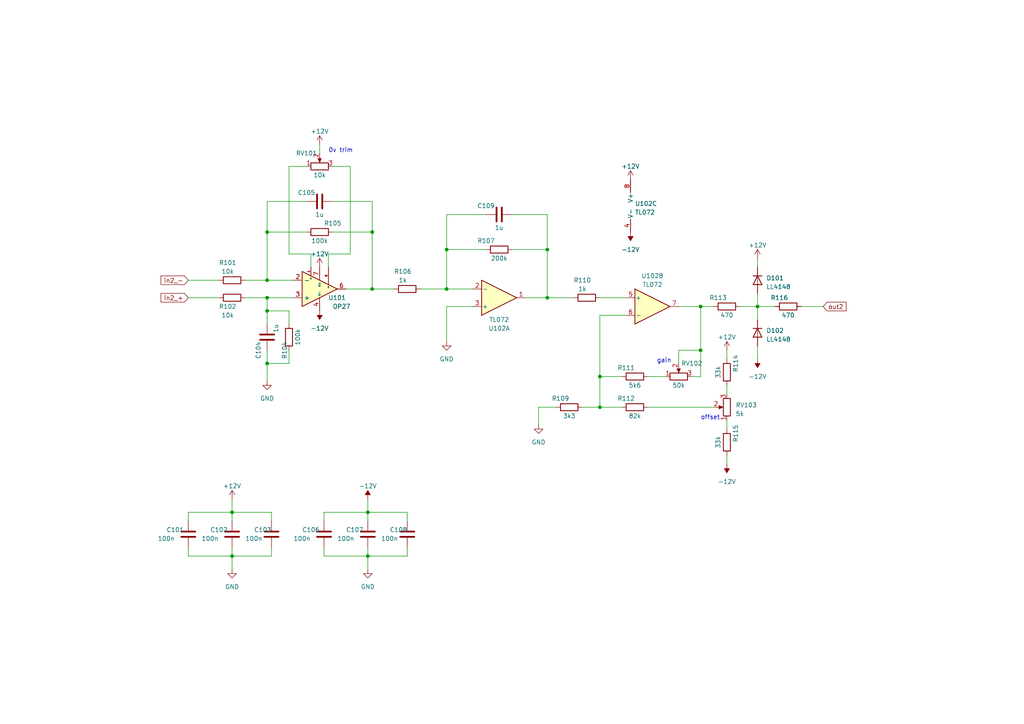
<source format=kicad_sch>
(kicad_sch (version 20230121) (generator eeschema)
  (paper "A4")
  (lib_symbols
    (symbol "Amplifier_Operational:TL072" (pin_names (offset 0.127))
      (property "Reference" "U" (at 0 5.08 0))
      (property "Value" "TL072" (at 0 -5.08 0))
      (symbol "TL072_1_1"
        (polyline (pts (xy -5.08 5.08) (xy 5.08 0) (xy -5.08 -5.08) (xy -5.08 5.08)) (stroke (width 0.254)) (fill (type background)))
        (pin output line (at 7.62 0 180) (length 2.54) (name "~") (number "1"))
        (pin input line (at -7.62 -2.54 0) (length 2.54) (name "-") (number "2"))
        (pin input line (at -7.62 2.54 0) (length 2.54) (name "+") (number "3"))
      )
      (symbol "TL072_2_1"
        (polyline (pts (xy -5.08 5.08) (xy 5.08 0) (xy -5.08 -5.08) (xy -5.08 5.08)) (stroke (width 0.254)) (fill (type background)))
        (pin input line (at -7.62 2.54 0) (length 2.54) (name "+") (number "5"))
        (pin input line (at -7.62 -2.54 0) (length 2.54) (name "-") (number "6"))
        (pin output line (at 7.62 0 180) (length 2.54) (name "~") (number "7"))
      )
      (symbol "TL072_3_1"
        (pin power_in line (at -2.54 -7.62 90) (length 3.81) (name "V-") (number "4"))
        (pin power_in line (at -2.54 7.62 270) (length 3.81) (name "V+") (number "8"))
      )
    )
    (symbol "Device:C" (pin_numbers hide) (pin_names (offset 0.254))
      (property "Reference" "C" (at 0.635 2.54 0))
      (property "Value" "C" (at 0.635 -2.54 0))
      (symbol "C_0_1"
        (polyline (pts (xy -2.032 -0.762) (xy 2.032 -0.762)) (stroke (width 0.508)))
        (polyline (pts (xy -2.032 0.762) (xy 2.032 0.762)) (stroke (width 0.508)))
      )
      (symbol "C_1_1"
        (pin passive line (at 0 3.81 270) (length 2.794) (name "~") (number "1"))
        (pin passive line (at 0 -3.81 90) (length 2.794) (name "~") (number "2"))
      )
    )
    (symbol "Device:R" (pin_numbers hide) (pin_names (offset 0))
      (property "Reference" "R" (at 2.032 0 90))
      (property "Value" "R" (at 0 0 90))
      (symbol "R_0_1"
        (rectangle (start -1.016 -2.54) (end 1.016 2.54) (stroke (width 0.254)))
      )
      (symbol "R_1_1"
        (pin passive line (at 0 3.81 270) (length 1.27) (name "~") (number "1"))
        (pin passive line (at 0 -3.81 90) (length 1.27) (name "~") (number "2"))
      )
    )
    (symbol "Device:R_Potentiometer" (pin_names (offset 1.016) hide)
      (property "Reference" "RV" (at -4.445 0 90))
      (property "Value" "R_Potentiometer" (at -2.54 0 90))
      (symbol "R_Potentiometer_0_1"
        (polyline (pts (xy 2.54 0) (xy 1.524 0)))
        (polyline (pts (xy 1.143 0) (xy 2.286 0.508) (xy 2.286 -0.508) (xy 1.143 0)) (fill (type outline)))
        (rectangle (start 1.016 2.54) (end -1.016 -2.54) (stroke (width 0.254)))
      )
      (symbol "R_Potentiometer_1_1"
        (pin passive line (at 0 3.81 270) (length 1.27) (name "1") (number "1"))
        (pin passive line (at 3.81 0 180) (length 1.27) (name "2") (number "2"))
        (pin passive line (at 0 -3.81 90) (length 1.27) (name "3") (number "3"))
      )
    )
    (symbol "Diode:LL4148" (pin_numbers hide) (pin_names hide)
      (property "Reference" "D" (at 0 2.54 0))
      (property "Value" "LL4148" (at 0 -2.54 0))
      (symbol "LL4148_0_1"
        (polyline (pts (xy -1.27 1.27) (xy -1.27 -1.27)) (stroke (width 0.254)))
        (polyline (pts (xy 1.27 0) (xy -1.27 0)))
        (polyline (pts (xy 1.27 1.27) (xy 1.27 -1.27) (xy -1.27 0) (xy 1.27 1.27)) (stroke (width 0.254)))
      )
      (symbol "LL4148_1_1"
        (pin passive line (at -3.81 0 0) (length 2.54) (name "K") (number "1"))
        (pin passive line (at 3.81 0 180) (length 2.54) (name "A") (number "2"))
      )
    )
    (symbol "pff_ic:LT1677"
      (property "Reference" "U" (at 7.62 -5.08 0))
      (property "Value" "LT1677" (at 0 0 0))
      (symbol "LT1677_0_1"
        (polyline (pts (xy -3.81 5.08) (xy 6.35 0) (xy -3.81 -5.08) (xy -3.81 5.08)) (stroke (width 0.254)) (fill (type background)))
      )
      (symbol "LT1677_1_1"
        (pin input line (at -1.27 6.35 270) (length 2.5) (name "TRIM1") (number "1"))
        (pin input line (at -6.35 2.54 0) (length 2.54) (name "-") (number "2"))
        (pin input line (at -6.35 -2.54 0) (length 2.54) (name "+") (number "3"))
        (pin power_in line (at 1.27 -6.35 90) (length 3.81) (name "V-") (number "4"))
        (pin no_connect line (at -1.27 -5.08 90) (length 1.27) hide (name "NC") (number "5"))
        (pin output line (at 8.89 0 180) (length 2.54) (name "~") (number "6"))
        (pin power_in line (at 1.27 6.35 270) (length 3.81) (name "V+") (number "7"))
        (pin input line (at 3.81 6.35 270) (length 5) (name "TRIM8") (number "8"))
      )
    )
    (symbol "power:+12V" (power) (pin_names (offset 0))
      (property "Value" "+12V" (at 0 3.556 0))
      (symbol "+12V_0_1"
        (polyline (pts (xy -0.762 1.27) (xy 0 2.54)))
        (polyline (pts (xy 0 0) (xy 0 2.54)))
        (polyline (pts (xy 0 2.54) (xy 0.762 1.27)))
      )
      (symbol "+12V_1_1"
        (pin power_in line (at 0 0 90) (length 0) hide (name "+12V") (number "1"))
      )
    )
    (symbol "power:-12V" (power) (pin_names (offset 0))
      (property "Value" "-12V" (at 0 3.81 0))
      (symbol "-12V_0_0"
        (pin power_in line (at 0 0 90) (length 0) hide (name "-12V") (number "1"))
      )
      (symbol "-12V_0_1"
        (polyline (pts (xy 0 0) (xy 0 1.27) (xy 0.762 1.27) (xy 0 2.54) (xy -0.762 1.27) (xy 0 1.27)) (fill (type outline)))
      )
    )
    (symbol "power:GND" (power) (pin_names (offset 0))
      (property "Value" "GND" (at 0 -3.81 0))
      (symbol "GND_0_1"
        (polyline (pts (xy 0 0) (xy 0 -1.27) (xy 1.27 -1.27) (xy 0 -2.54) (xy -1.27 -1.27) (xy 0 -1.27)))
      )
      (symbol "GND_1_1"
        (pin power_in line (at 0 0 270) (length 0) hide (name "GND") (number "1"))
      )
    )
  )
  (junction (at 77.47 105.41))
  (junction (at 77.47 67.31))
  (junction (at 77.47 90.17))
  (junction (at 203.2 101.6))
  (junction (at 67.31 148.59))
  (junction (at 77.47 86.36))
  (junction (at 107.95 67.31))
  (junction (at 158.75 72.39))
  (junction (at 106.68 161.29))
  (junction (at 129.54 72.39))
  (junction (at 107.95 83.82))
  (junction (at 203.2 88.9))
  (junction (at 173.99 118.11))
  (junction (at 158.75 86.36))
  (junction (at 173.99 109.22))
  (junction (at 67.31 161.29))
  (junction (at 129.54 83.82))
  (junction (at 219.71 88.9))
  (junction (at 77.47 81.28))
  (junction (at 106.68 148.59))
  (wire (pts (xy 219.71 85.09) (xy 219.71 88.9)))
  (wire (pts (xy 93.98 158.75) (xy 93.98 161.29)))
  (wire (pts (xy 219.71 88.9) (xy 224.79 88.9)))
  (wire (pts (xy 232.41 88.9) (xy 238.76 88.9)))
  (wire (pts (xy 210.82 111.76) (xy 210.82 114.3)))
  (wire (pts (xy 67.31 151.13) (xy 67.31 148.59)))
  (wire (pts (xy 77.47 58.42) (xy 77.47 67.31)))
  (wire (pts (xy 83.82 90.17) (xy 77.47 90.17)))
  (wire (pts (xy 101.6 73.66) (xy 95.25 73.66)))
  (wire (pts (xy 158.75 62.23) (xy 158.75 72.39)))
  (wire (pts (xy 77.47 67.31) (xy 77.47 81.28)))
  (wire (pts (xy 214.63 88.9) (xy 219.71 88.9)))
  (wire (pts (xy 118.11 158.75) (xy 118.11 161.29)))
  (wire (pts (xy 67.31 161.29) (xy 78.74 161.29)))
  (wire (pts (xy 83.82 48.26) (xy 83.82 73.66)))
  (wire (pts (xy 137.16 88.9) (xy 129.54 88.9)))
  (wire (pts (xy 96.52 58.42) (xy 107.95 58.42)))
  (wire (pts (xy 148.59 62.23) (xy 158.75 62.23)))
  (wire (pts (xy 118.11 151.13) (xy 118.11 148.59)))
  (wire (pts (xy 173.99 118.11) (xy 180.34 118.11)))
  (wire (pts (xy 196.85 101.6) (xy 203.2 101.6)))
  (wire (pts (xy 77.47 86.36) (xy 85.09 86.36)))
  (wire (pts (xy 54.61 161.29) (xy 67.31 161.29)))
  (wire (pts (xy 219.71 74.93) (xy 219.71 77.47)))
  (wire (pts (xy 106.68 161.29) (xy 118.11 161.29)))
  (wire (pts (xy 173.99 91.44) (xy 181.61 91.44)))
  (wire (pts (xy 92.71 41.91) (xy 92.71 44.45)))
  (wire (pts (xy 90.17 73.66) (xy 90.17 77.47)))
  (wire (pts (xy 96.52 48.26) (xy 101.6 48.26)))
  (wire (pts (xy 187.96 118.11) (xy 207.01 118.11)))
  (wire (pts (xy 71.12 81.28) (xy 77.47 81.28)))
  (wire (pts (xy 95.25 73.66) (xy 95.25 77.47)))
  (wire (pts (xy 77.47 90.17) (xy 77.47 86.36)))
  (wire (pts (xy 106.68 158.75) (xy 106.68 161.29)))
  (wire (pts (xy 129.54 72.39) (xy 140.97 72.39)))
  (wire (pts (xy 71.12 86.36) (xy 77.47 86.36)))
  (wire (pts (xy 129.54 72.39) (xy 129.54 83.82)))
  (wire (pts (xy 203.2 101.6) (xy 203.2 88.9)))
  (wire (pts (xy 83.82 105.41) (xy 83.82 101.6)))
  (wire (pts (xy 173.99 86.36) (xy 181.61 86.36)))
  (wire (pts (xy 107.95 83.82) (xy 100.33 83.82)))
  (wire (pts (xy 210.82 121.92) (xy 210.82 124.46)))
  (wire (pts (xy 173.99 109.22) (xy 173.99 118.11)))
  (wire (pts (xy 219.71 100.33) (xy 219.71 104.14)))
  (wire (pts (xy 93.98 148.59) (xy 106.68 148.59)))
  (wire (pts (xy 129.54 62.23) (xy 129.54 72.39)))
  (wire (pts (xy 173.99 109.22) (xy 173.99 91.44)))
  (wire (pts (xy 121.92 83.82) (xy 129.54 83.82)))
  (wire (pts (xy 180.34 109.22) (xy 173.99 109.22)))
  (wire (pts (xy 88.9 58.42) (xy 77.47 58.42)))
  (wire (pts (xy 93.98 151.13) (xy 93.98 148.59)))
  (wire (pts (xy 54.61 81.28) (xy 63.5 81.28)))
  (wire (pts (xy 78.74 158.75) (xy 78.74 161.29)))
  (wire (pts (xy 77.47 101.6) (xy 77.47 105.41)))
  (wire (pts (xy 54.61 86.36) (xy 63.5 86.36)))
  (wire (pts (xy 77.47 93.98) (xy 77.47 90.17)))
  (wire (pts (xy 77.47 81.28) (xy 85.09 81.28)))
  (wire (pts (xy 148.59 72.39) (xy 158.75 72.39)))
  (wire (pts (xy 78.74 151.13) (xy 78.74 148.59)))
  (wire (pts (xy 173.99 118.11) (xy 168.91 118.11)))
  (wire (pts (xy 196.85 105.41) (xy 196.85 101.6)))
  (wire (pts (xy 158.75 86.36) (xy 166.37 86.36)))
  (wire (pts (xy 161.29 118.11) (xy 156.21 118.11)))
  (wire (pts (xy 54.61 148.59) (xy 67.31 148.59)))
  (wire (pts (xy 77.47 105.41) (xy 77.47 110.49)))
  (wire (pts (xy 158.75 72.39) (xy 158.75 86.36)))
  (wire (pts (xy 107.95 83.82) (xy 114.3 83.82)))
  (wire (pts (xy 88.9 48.26) (xy 83.82 48.26)))
  (wire (pts (xy 203.2 109.22) (xy 203.2 101.6)))
  (wire (pts (xy 54.61 158.75) (xy 54.61 161.29)))
  (wire (pts (xy 210.82 101.6) (xy 210.82 104.14)))
  (wire (pts (xy 67.31 161.29) (xy 67.31 165.1)))
  (wire (pts (xy 83.82 93.98) (xy 83.82 90.17)))
  (wire (pts (xy 106.68 161.29) (xy 106.68 165.1)))
  (wire (pts (xy 106.68 148.59) (xy 106.68 151.13)))
  (wire (pts (xy 67.31 158.75) (xy 67.31 161.29)))
  (wire (pts (xy 101.6 48.26) (xy 101.6 73.66)))
  (wire (pts (xy 219.71 88.9) (xy 219.71 92.71)))
  (wire (pts (xy 129.54 83.82) (xy 137.16 83.82)))
  (wire (pts (xy 187.96 109.22) (xy 193.04 109.22)))
  (wire (pts (xy 93.98 161.29) (xy 106.68 161.29)))
  (wire (pts (xy 77.47 105.41) (xy 83.82 105.41)))
  (wire (pts (xy 129.54 88.9) (xy 129.54 99.06)))
  (wire (pts (xy 106.68 148.59) (xy 118.11 148.59)))
  (wire (pts (xy 67.31 148.59) (xy 78.74 148.59)))
  (wire (pts (xy 54.61 151.13) (xy 54.61 148.59)))
  (wire (pts (xy 140.97 62.23) (xy 129.54 62.23)))
  (wire (pts (xy 203.2 88.9) (xy 207.01 88.9)))
  (wire (pts (xy 200.66 109.22) (xy 203.2 109.22)))
  (wire (pts (xy 203.2 88.9) (xy 196.85 88.9)))
  (wire (pts (xy 106.68 144.78) (xy 106.68 148.59)))
  (wire (pts (xy 67.31 144.78) (xy 67.31 148.59)))
  (wire (pts (xy 152.4 86.36) (xy 158.75 86.36)))
  (wire (pts (xy 107.95 67.31) (xy 107.95 83.82)))
  (wire (pts (xy 210.82 132.08) (xy 210.82 134.62)))
  (wire (pts (xy 107.95 58.42) (xy 107.95 67.31)))
  (wire (pts (xy 96.52 67.31) (xy 107.95 67.31)))
  (wire (pts (xy 77.47 67.31) (xy 88.9 67.31)))
  (wire (pts (xy 156.21 118.11) (xy 156.21 123.19)))
  (wire (pts (xy 83.82 73.66) (xy 90.17 73.66)))
  (text "offset" (at 203.2 121.92 0) (effects (font (size 1.27 1.27)) (justify left bottom)))
  (text "gain" (at 190.5 105.41 0) (effects (font (size 1.27 1.27)) (justify left bottom)))
  (text "0v trim" (at 95.25 44.45 0) (effects (font (size 1.27 1.27)) (justify left bottom)))
  (global_label "out2" (shape input) (at 238.76 88.9 0) (property "Intersheetrefs" "${INTERSHEET_REFS}" (effects hide)))
  (global_label "in2_+" (shape input) (at 54.61 86.36 180) (property "Intersheetrefs" "${INTERSHEET_REFS}" (effects hide)))
  (global_label "in2_-" (shape input) (at 54.61 81.28 180) (property "Intersheetrefs" "${INTERSHEET_REFS}" (effects hide)))
  (symbol (lib_id "Device:R") (at 210.82 107.95 0) (unit 1)
    (property "Reference" "R114" (at 213.36 105.41 90))
    (property "Value" "33k" (at 208.28 107.95 90))
    (property "Footprint" "Resistor_SMD:R_MELF_MMB-0207" (effects hide))
    (instances (project "amp_green_island" (path "" (reference "R114") (unit 1)) (path "" (reference "R212") (unit 1))))
  )
  (symbol (lib_id "power:+12V") (at 92.71 41.91 0) (unit 1)
    (property "Reference" "#PWR0104" (effects hide))
    (property "Value" "+12V" (at 92.71 38.1 0))
    (instances (project "amp_green_island" (path "" (reference "#PWR0104") (unit 1)) (path "" (reference "#PWR0202") (unit 1))))
  )
  (symbol (lib_id "Device:R_Potentiometer") (at 196.85 109.22 90) (unit 1)
    (property "Reference" "RV102" (at 200.66 105.41 90))
    (property "Value" "50k" (at 196.85 111.76 90))
    (property "Footprint" "Potentiometer_SMD:Potentiometer_Bourns_3314G_Vertical" (effects hide))
    (instances (project "amp_green_island" (path "" (reference "RV102") (unit 1)) (path "" (reference "RV202") (unit 1))))
  )
  (symbol (lib_id "Device:R") (at 228.6 88.9 90) (unit 1)
    (property "Reference" "R116" (at 226.06 86.36 90))
    (property "Value" "470" (at 228.6 91.44 90))
    (property "Footprint" "Resistor_SMD:R_MELF_MMB-0207" (effects hide))
    (instances (project "amp_green_island" (path "" (reference "R116") (unit 1)) (path "" (reference "R214") (unit 1))))
  )
  (symbol (lib_id "power:+12V") (at 182.88 52.07 0) (unit 1)
    (property "Reference" "#PWR0111" (effects hide))
    (property "Value" "+12V" (at 182.88 48.26 0))
    (instances (project "amp_green_island" (path "" (reference "#PWR0111") (unit 1)) (path "" (reference "#PWR0207") (unit 1))))
  )
  (symbol (lib_id "Device:C") (at 54.61 154.94 0) (unit 1)
    (property "Reference" "C101" (at 48.26 153.67 0) (effects (justify left)))
    (property "Value" "100n" (at 45.72 156.21 0) (effects (justify left)))
    (property "Footprint" "Capacitor_SMD:C_0805_2012Metric_Pad1.18x1.45mm_HandSolder" (effects hide))
    (instances (project "amp_green_island" (path "" (reference "C101") (unit 1)) (path "" (reference "C204") (unit 1))))
  )
  (symbol (lib_id "Device:R") (at 210.82 88.9 90) (unit 1)
    (property "Reference" "R113" (at 208.28 86.36 90))
    (property "Value" "470" (at 210.82 91.44 90))
    (property "Footprint" "Resistor_SMD:R_MELF_MMB-0207" (effects hide))
    (instances (project "amp_green_island" (path "" (reference "R113") (unit 1)) (path "" (reference "R211") (unit 1))))
  )
  (symbol (lib_id "power:-12V") (at 182.88 67.31 180) (unit 1)
    (property "Reference" "#PWR0112" (effects hide))
    (property "Value" "-12V" (at 182.88 72.39 0))
    (instances (project "amp_green_island" (path "" (reference "#PWR0112") (unit 1)) (path "" (reference "#PWR0208") (unit 1))))
  )
  (symbol (lib_id "Device:R") (at 144.78 72.39 90) (unit 1)
    (property "Reference" "R107" (at 140.97 69.85 90))
    (property "Value" "200k" (at 144.78 74.93 90))
    (property "Footprint" "Resistor_SMD:R_MiniMELF_MMA-0204" (effects hide))
    (instances (project "amp_green_island" (path "" (reference "R107") (unit 1)) (path "" (reference "R206") (unit 1))))
  )
  (symbol (lib_id "power:GND") (at 129.54 99.06 0) (unit 1)
    (property "Reference" "#PWR0109" (effects hide))
    (property "Value" "GND" (at 129.54 104.14 0))
    (instances (project "amp_green_island" (path "" (reference "#PWR0109") (unit 1)) (path "" (reference "#PWR0205") (unit 1))))
  )
  (symbol (lib_id "power:+12V") (at 92.71 77.47 0) (unit 1)
    (property "Reference" "#PWR0105" (effects hide))
    (property "Value" "+12V" (at 92.71 73.66 0))
    (instances (project "amp_green_island" (path "" (reference "#PWR0105") (unit 1)) (path "" (reference "#PWR0203") (unit 1))))
  )
  (symbol (lib_id "power:GND") (at 156.21 123.19 0) (unit 1)
    (property "Reference" "#PWR0110" (effects hide))
    (property "Value" "GND" (at 156.21 128.27 0))
    (instances (project "amp_green_island" (path "" (reference "#PWR0110") (unit 1)) (path "" (reference "#PWR0206") (unit 1))))
  )
  (symbol (lib_id "Device:C") (at 144.78 62.23 90) (unit 1)
    (property "Reference" "C109" (at 140.97 59.69 90))
    (property "Value" "1u" (at 144.78 66.04 90))
    (property "Footprint" "Capacitor_THT:C_Rect_L7.2mm_W7.2mm_P5.00mm_FKS2_FKP2_MKS2_MKP2" (effects hide))
    (instances (project "amp_green_island" (path "" (reference "C109") (unit 1)) (path "" (reference "C203") (unit 1))))
  )
  (symbol (lib_id "power:GND") (at 67.31 165.1 0) (unit 1)
    (property "Reference" "#PWR0102" (effects hide))
    (property "Value" "GND" (at 67.31 170.18 0))
    (instances (project "amp_green_island" (path "" (reference "#PWR0102") (unit 1)) (path "" (reference "#PWR0214") (unit 1))))
  )
  (symbol (lib_id "Amplifier_Operational:TL072") (at 189.23 88.9 0) (unit 2)
    (property "Reference" "U102" (at 189.23 80.01 0))
    (property "Value" "TL072" (at 189.23 82.55 0))
    (property "Footprint" "Package_SO:SO-8_3.9x4.9mm_P1.27mm" (effects hide))
    (property "Datasheet" "http://www.ti.com/lit/ds/symlink/tl071.pdf" (effects hide))
    (instances (project "amp_green_island" (path "" (reference "U102") (unit 2)) (path "" (reference "U202") (unit 2))))
  )
  (symbol (lib_id "power:+12V") (at 219.71 74.93 0) (unit 1)
    (property "Reference" "#PWR0115" (effects hide))
    (property "Value" "+12V" (at 219.71 71.12 0))
    (instances (project "amp_green_island" (path "" (reference "#PWR0115") (unit 1)) (path "" (reference "#PWR0211") (unit 1))))
  )
  (symbol (lib_id "Device:C") (at 92.71 58.42 90) (unit 1)
    (property "Reference" "C105" (at 88.9 55.88 90))
    (property "Value" "1u" (at 92.71 62.23 90))
    (property "Footprint" "Capacitor_THT:C_Rect_L7.2mm_W7.2mm_P5.00mm_FKS2_FKP2_MKS2_MKP2" (effects hide))
    (instances (project "amp_green_island" (path "" (reference "C105") (unit 1)) (path "" (reference "C202") (unit 1))))
  )
  (symbol (lib_id "Device:R") (at 67.31 86.36 90) (unit 1)
    (property "Reference" "R102" (at 66.04 88.9 90))
    (property "Value" "10k" (at 66.04 91.44 90))
    (property "Footprint" "Resistor_SMD:R_0805_2012Metric_Pad1.20x1.40mm_HandSolder" (effects hide))
    (instances (project "amp_green_island" (path "" (reference "R102") (unit 1)) (path "" (reference "R202") (unit 1))))
  )
  (symbol (lib_id "Device:R_Potentiometer") (at 92.71 48.26 90) (unit 1)
    (property "Reference" "RV101" (at 88.9 44.45 90))
    (property "Value" "10k" (at 92.71 50.8 90))
    (property "Footprint" "Potentiometer_SMD:Potentiometer_Bourns_3314G_Vertical" (effects hide))
    (instances (project "amp_green_island" (path "" (reference "RV101") (unit 1)) (path "" (reference "RV201") (unit 1))))
  )
  (symbol (lib_id "power:GND") (at 77.47 110.49 0) (unit 1)
    (property "Reference" "#PWR0103" (effects hide))
    (property "Value" "GND" (at 77.47 115.57 0))
    (instances (project "amp_green_island" (path "" (reference "#PWR0103") (unit 1)) (path "" (reference "#PWR0201") (unit 1))))
  )
  (symbol (lib_id "power:-12V") (at 106.68 144.78 0) (unit 1)
    (property "Reference" "#PWR0107" (effects hide))
    (property "Value" "-12V" (at 106.68 140.97 0))
    (instances (project "amp_green_island" (path "" (reference "#PWR0107") (unit 1)) (path "" (reference "#PWR0215") (unit 1))))
  )
  (symbol (lib_id "Device:R") (at 118.11 83.82 90) (unit 1)
    (property "Reference" "R106" (at 116.84 78.74 90))
    (property "Value" "1k" (at 116.84 81.28 90))
    (property "Footprint" "Resistor_SMD:R_0805_2012Metric_Pad1.20x1.40mm_HandSolder" (effects hide))
    (instances (project "amp_green_island" (path "" (reference "R106") (unit 1)) (path "" (reference "R205") (unit 1))))
  )
  (symbol (lib_id "Device:C") (at 106.68 154.94 0) (unit 1)
    (property "Reference" "C107" (at 100.33 153.67 0) (effects (justify left)))
    (property "Value" "100n" (at 97.79 156.21 0) (effects (justify left)))
    (property "Footprint" "Capacitor_SMD:C_0805_2012Metric_Pad1.18x1.45mm_HandSolder" (effects hide))
    (instances (project "amp_green_island" (path "" (reference "C107") (unit 1)) (path "" (reference "C208") (unit 1))))
  )
  (symbol (lib_id "Amplifier_Operational:TL072") (at 185.42 59.69 0) (unit 3)
    (property "Reference" "U102" (at 184.15 59.055 0) (effects (justify left)))
    (property "Value" "TL072" (at 184.15 61.595 0) (effects (justify left)))
    (property "Footprint" "Package_SO:SO-8_3.9x4.9mm_P1.27mm" (effects hide))
    (property "Datasheet" "http://www.ti.com/lit/ds/symlink/tl071.pdf" (effects hide))
    (instances (project "amp_green_island" (path "" (reference "U102") (unit 3)) (path "" (reference "U202") (unit 3))))
  )
  (symbol (lib_id "Device:R") (at 67.31 81.28 90) (unit 1)
    (property "Reference" "R101" (at 66.04 76.2 90))
    (property "Value" "10k" (at 66.04 78.74 90))
    (property "Footprint" "Resistor_SMD:R_0805_2012Metric_Pad1.20x1.40mm_HandSolder" (effects hide))
    (instances (project "amp_green_island" (path "" (reference "R101") (unit 1)) (path "" (reference "R201") (unit 1))))
  )
  (symbol (lib_id "Device:R") (at 210.82 128.27 0) (unit 1)
    (property "Reference" "R115" (at 213.36 125.73 90))
    (property "Value" "33k" (at 208.28 128.27 90))
    (property "Footprint" "Resistor_SMD:R_MELF_MMB-0207" (effects hide))
    (instances (project "amp_green_island" (path "" (reference "R115") (unit 1)) (path "" (reference "R213") (unit 1))))
  )
  (symbol (lib_id "Diode:LL4148") (at 219.71 81.28 270) (unit 1)
    (property "Reference" "D101" (at 222.25 80.645 90) (effects (justify left)))
    (property "Value" "LL4148" (at 222.25 83.185 90) (effects (justify left)))
    (property "Footprint" "Diode_SMD:D_MiniMELF" (effects hide))
    (property "Datasheet" "http://www.vishay.com/docs/85557/ll4148.pdf" (effects hide))
    (property "Sim.Device" "D" (effects hide))
    (property "Sim.Pins" "1=K 2=A" (effects hide))
    (instances (project "amp_green_island" (path "" (reference "D101") (unit 1)) (path "" (reference "D201") (unit 1))))
  )
  (symbol (lib_id "Device:R") (at 165.1 118.11 90) (unit 1)
    (property "Reference" "R109" (at 162.56 115.57 90))
    (property "Value" "3k3" (at 165.1 120.65 90))
    (property "Footprint" "Resistor_SMD:R_MiniMELF_MMA-0204" (effects hide))
    (instances (project "amp_green_island" (path "" (reference "R109") (unit 1)) (path "" (reference "R207") (unit 1))))
  )
  (symbol (lib_id "power:GND") (at 106.68 165.1 0) (unit 1)
    (property "Reference" "#PWR0108" (effects hide))
    (property "Value" "GND" (at 106.68 170.18 0))
    (instances (project "amp_green_island" (path "" (reference "#PWR0108") (unit 1)) (path "" (reference "#PWR0216") (unit 1))))
  )
  (symbol (lib_id "pff_ic:LT1677") (at 91.44 83.82 0) (unit 1)
    (property "Reference" "U101" (at 97.79 86.36 0))
    (property "Value" "OP27" (at 99.06 88.9 0))
    (property "Footprint" "Package_SO:SO-8_3.9x4.9mm_P1.27mm" (effects hide))
    (property "Datasheet" "https://www.analog.com/media/en/technical-documentation/data-sheets/1677fa.pdf" (effects hide))
    (instances (project "amp_green_island" (path "" (reference "U101") (unit 1)) (path "" (reference "U201") (unit 1))))
  )
  (symbol (lib_id "power:-12V") (at 219.71 104.14 180) (unit 1)
    (property "Reference" "#PWR0116" (effects hide))
    (property "Value" "-12V" (at 219.71 109.22 0))
    (instances (project "amp_green_island" (path "" (reference "#PWR0116") (unit 1)) (path "" (reference "#PWR0212") (unit 1))))
  )
  (symbol (lib_id "Amplifier_Operational:TL072") (at 144.78 86.36 0) (mirror x) (unit 1)
    (property "Reference" "U102" (at 144.78 95.25 0))
    (property "Value" "TL072" (at 144.78 92.71 0))
    (property "Footprint" "Package_SO:SO-8_3.9x4.9mm_P1.27mm" (effects hide))
    (property "Datasheet" "http://www.ti.com/lit/ds/symlink/tl071.pdf" (effects hide))
    (instances (project "amp_green_island" (path "" (reference "U102") (unit 1)) (path "" (reference "U202") (unit 1))))
  )
  (symbol (lib_id "power:-12V") (at 210.82 134.62 180) (unit 1)
    (property "Reference" "#PWR0114" (effects hide))
    (property "Value" "-12V" (at 210.82 139.7 0))
    (instances (project "amp_green_island" (path "" (reference "#PWR0114") (unit 1)) (path "" (reference "#PWR0210") (unit 1))))
  )
  (symbol (lib_id "power:-12V") (at 92.71 90.17 180) (unit 1)
    (property "Reference" "#PWR0106" (effects hide))
    (property "Value" "-12V" (at 92.71 95.25 0))
    (instances (project "amp_green_island" (path "" (reference "#PWR0106") (unit 1)) (path "" (reference "#PWR0204") (unit 1))))
  )
  (symbol (lib_id "Device:C") (at 77.47 97.79 180) (unit 1)
    (property "Reference" "C104" (at 74.93 101.6 90))
    (property "Value" "1u" (at 80.01 95.25 90))
    (property "Footprint" "Capacitor_THT:C_Rect_L7.2mm_W7.2mm_P5.00mm_FKS2_FKP2_MKS2_MKP2" (effects hide))
    (instances (project "amp_green_island" (path "" (reference "C104") (unit 1)) (path "" (reference "C201") (unit 1))))
  )
  (symbol (lib_id "Device:R") (at 184.15 118.11 90) (unit 1)
    (property "Reference" "R112" (at 181.61 115.57 90))
    (property "Value" "82k" (at 184.15 120.65 90))
    (property "Footprint" "Resistor_SMD:R_0805_2012Metric_Pad1.20x1.40mm_HandSolder" (effects hide))
    (instances (project "amp_green_island" (path "" (reference "R112") (unit 1)) (path "" (reference "R210") (unit 1))))
  )
  (symbol (lib_id "Diode:LL4148") (at 219.71 96.52 270) (unit 1)
    (property "Reference" "D102" (at 222.25 95.885 90) (effects (justify left)))
    (property "Value" "LL4148" (at 222.25 98.425 90) (effects (justify left)))
    (property "Footprint" "Diode_SMD:D_MiniMELF" (effects hide))
    (property "Datasheet" "http://www.vishay.com/docs/85557/ll4148.pdf" (effects hide))
    (property "Sim.Device" "D" (effects hide))
    (property "Sim.Pins" "1=K 2=A" (effects hide))
    (instances (project "amp_green_island" (path "" (reference "D102") (unit 1)) (path "" (reference "D202") (unit 1))))
  )
  (symbol (lib_id "Device:C") (at 118.11 154.94 0) (unit 1)
    (property "Reference" "C108" (at 113.03 153.67 0) (effects (justify left)))
    (property "Value" "100n" (at 110.49 156.21 0) (effects (justify left)))
    (property "Footprint" "Capacitor_THT:C_Rect_L7.2mm_W4.5mm_P5.00mm_FKS2_FKP2_MKS2_MKP2" (effects hide))
    (instances (project "amp_green_island" (path "" (reference "C108") (unit 1)) (path "" (reference "C209") (unit 1))))
  )
  (symbol (lib_id "Device:R") (at 170.18 86.36 90) (unit 1)
    (property "Reference" "R110" (at 168.91 81.28 90))
    (property "Value" "1k" (at 168.91 83.82 90))
    (property "Footprint" "Resistor_SMD:R_0805_2012Metric_Pad1.20x1.40mm_HandSolder" (effects hide))
    (instances (project "amp_green_island" (path "" (reference "R110") (unit 1)) (path "" (reference "R208") (unit 1))))
  )
  (symbol (lib_id "Device:C") (at 78.74 154.94 0) (unit 1)
    (property "Reference" "C103" (at 73.66 153.67 0) (effects (justify left)))
    (property "Value" "100n" (at 71.12 156.21 0) (effects (justify left)))
    (property "Footprint" "Capacitor_THT:C_Rect_L7.2mm_W4.5mm_P5.00mm_FKS2_FKP2_MKS2_MKP2" (effects hide))
    (instances (project "amp_green_island" (path "" (reference "C103") (unit 1)) (path "" (reference "C206") (unit 1))))
  )
  (symbol (lib_id "Device:R") (at 184.15 109.22 90) (unit 1)
    (property "Reference" "R111" (at 181.61 106.68 90))
    (property "Value" "5k6" (at 184.15 111.76 90))
    (property "Footprint" "Resistor_SMD:R_0805_2012Metric_Pad1.20x1.40mm_HandSolder" (effects hide))
    (instances (project "amp_green_island" (path "" (reference "R111") (unit 1)) (path "" (reference "R209") (unit 1))))
  )
  (symbol (lib_id "Device:C") (at 67.31 154.94 0) (unit 1)
    (property "Reference" "C102" (at 60.96 153.67 0) (effects (justify left)))
    (property "Value" "100n" (at 58.42 156.21 0) (effects (justify left)))
    (property "Footprint" "Capacitor_SMD:C_0805_2012Metric_Pad1.18x1.45mm_HandSolder" (effects hide))
    (instances (project "amp_green_island" (path "" (reference "C102") (unit 1)) (path "" (reference "C205") (unit 1))))
  )
  (symbol (lib_id "Device:R") (at 83.82 97.79 180) (unit 1)
    (property "Reference" "R104" (at 82.55 101.6 90))
    (property "Value" "100k" (at 86.36 97.79 90))
    (property "Footprint" "Resistor_SMD:R_0805_2012Metric_Pad1.20x1.40mm_HandSolder" (effects hide))
    (instances (project "amp_green_island" (path "" (reference "R104") (unit 1)) (path "" (reference "R203") (unit 1))))
  )
  (symbol (lib_id "power:+12V") (at 210.82 101.6 0) (unit 1)
    (property "Reference" "#PWR0113" (effects hide))
    (property "Value" "+12V" (at 210.82 97.79 0))
    (instances (project "amp_green_island" (path "" (reference "#PWR0113") (unit 1)) (path "" (reference "#PWR0209") (unit 1))))
  )
  (symbol (lib_id "Device:R_Potentiometer") (at 210.82 118.11 180) (unit 1)
    (property "Reference" "RV103" (at 213.36 117.475 0) (effects (justify right)))
    (property "Value" "5k" (at 213.36 120.015 0) (effects (justify right)))
    (property "Footprint" "Potentiometer_SMD:Potentiometer_Bourns_3314G_Vertical" (effects hide))
    (instances (project "amp_green_island" (path "" (reference "RV103") (unit 1)) (path "" (reference "RV203") (unit 1))))
  )
  (symbol (lib_id "power:+12V") (at 67.31 144.78 0) (unit 1)
    (property "Reference" "#PWR0101" (effects hide))
    (property "Value" "+12V" (at 67.31 140.97 0))
    (instances (project "amp_green_island" (path "" (reference "#PWR0101") (unit 1)) (path "" (reference "#PWR0213") (unit 1))))
  )
  (symbol (lib_id "Device:C") (at 93.98 154.94 0) (unit 1)
    (property "Reference" "C106" (at 87.63 153.67 0) (effects (justify left)))
    (property "Value" "100n" (at 85.09 156.21 0) (effects (justify left)))
    (property "Footprint" "Capacitor_SMD:C_0805_2012Metric_Pad1.18x1.45mm_HandSolder" (effects hide))
    (instances (project "amp_green_island" (path "" (reference "C106") (unit 1)) (path "" (reference "C207") (unit 1))))
  )
  (symbol (lib_id "Device:R") (at 92.71 67.31 270) (mirror x) (unit 1)
    (property "Reference" "R105" (at 96.52 64.77 90))
    (property "Value" "100k" (at 92.71 69.85 90))
    (property "Footprint" "Resistor_SMD:R_0805_2012Metric_Pad1.20x1.40mm_HandSolder" (effects hide))
    (instances (project "amp_green_island" (path "" (reference "R105") (unit 1)) (path "" (reference "R204") (unit 1))))
  )
)
</source>
